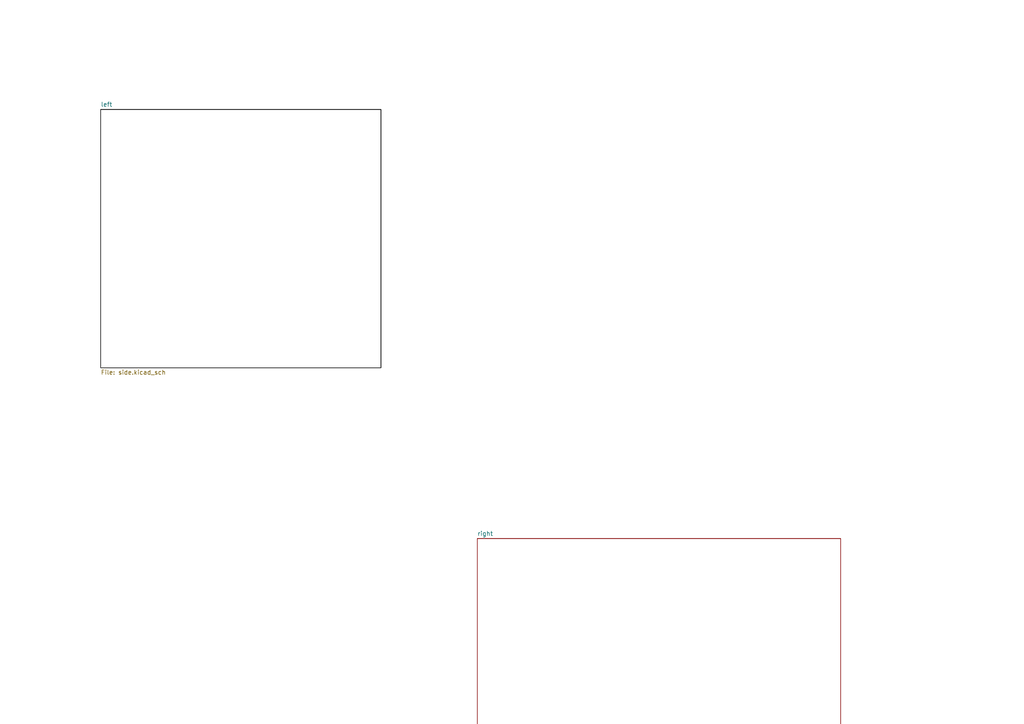
<source format=kicad_sch>
(kicad_sch
	(version 20250114)
	(generator "eeschema")
	(generator_version "9.0")
	(uuid "669e6bbe-7e61-4593-b8c7-bd191a73ded6")
	(paper "A4")
	(lib_symbols)
	(sheet
		(at 138.43 156.21)
		(size 105.41 87.63)
		(exclude_from_sim no)
		(in_bom yes)
		(on_board yes)
		(dnp no)
		(fields_autoplaced yes)
		(stroke
			(width 0.1524)
			(type solid)
		)
		(fill
			(color 0 0 0 0.0000)
		)
		(uuid "721800aa-25f7-425e-b87c-2b4ae0416444")
		(property "Sheetname" "right"
			(at 138.43 155.4984 0)
			(effects
				(font
					(size 1.27 1.27)
				)
				(justify left bottom)
			)
		)
		(property "Sheetfile" "side1.kicad_sch"
			(at 138.43 244.4246 0)
			(effects
				(font
					(size 1.27 1.27)
				)
				(justify left top)
			)
		)
		(instances
			(project "split keyboard"
				(path "/669e6bbe-7e61-4593-b8c7-bd191a73ded6"
					(page "4")
				)
			)
		)
	)
	(sheet
		(at 29.21 31.75)
		(size 81.28 74.93)
		(exclude_from_sim no)
		(in_bom yes)
		(on_board yes)
		(dnp no)
		(fields_autoplaced yes)
		(stroke
			(width 0.1524)
			(type solid)
			(color 0 0 0 1)
		)
		(fill
			(color 0 0 0 0.0000)
		)
		(uuid "cf39ea2c-fa2e-4b7f-a142-fe3278043094")
		(property "Sheetname" "left"
			(at 29.21 31.0384 0)
			(effects
				(font
					(size 1.27 1.27)
				)
				(justify left bottom)
			)
		)
		(property "Sheetfile" "side.kicad_sch"
			(at 29.21 107.2646 0)
			(effects
				(font
					(size 1.27 1.27)
				)
				(justify left top)
			)
		)
		(instances
			(project "split keyboard"
				(path "/669e6bbe-7e61-4593-b8c7-bd191a73ded6"
					(page "2")
				)
			)
		)
	)
	(sheet_instances
		(path "/"
			(page "1")
		)
	)
	(embedded_fonts no)
)

</source>
